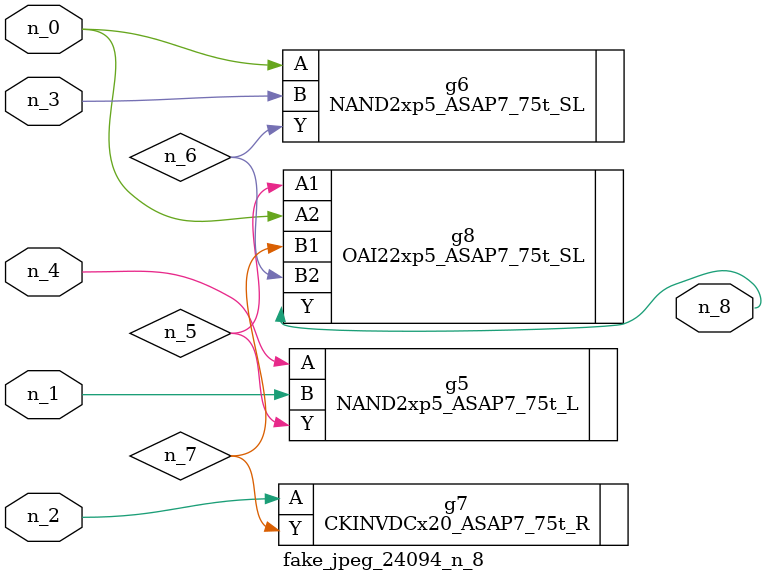
<source format=v>
module fake_jpeg_24094_n_8 (n_3, n_2, n_1, n_0, n_4, n_8);

input n_3;
input n_2;
input n_1;
input n_0;
input n_4;

output n_8;

wire n_6;
wire n_5;
wire n_7;

NAND2xp5_ASAP7_75t_L g5 ( 
.A(n_4),
.B(n_1),
.Y(n_5)
);

NAND2xp5_ASAP7_75t_SL g6 ( 
.A(n_0),
.B(n_3),
.Y(n_6)
);

CKINVDCx20_ASAP7_75t_R g7 ( 
.A(n_2),
.Y(n_7)
);

OAI22xp5_ASAP7_75t_SL g8 ( 
.A1(n_5),
.A2(n_0),
.B1(n_7),
.B2(n_6),
.Y(n_8)
);


endmodule
</source>
